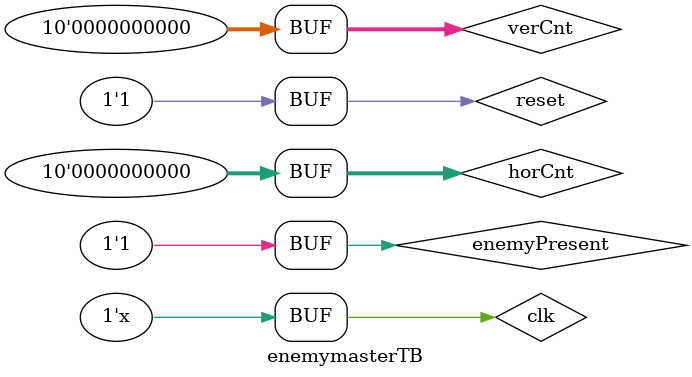
<source format=v>
`timescale 1ns / 1ps


module enemymasterTB();
    reg clk = 0;
    reg [9:0] bpx;
    reg [9:0] bpy;
    reg reset = 1;
    reg enemyPresent = 1 ; 
    reg [9:0] horCnt = 0;
    reg [9:0] verCnt = 0;
    
    wire [9:0] posX;
    wire [9:0] posY;
    wire collision;
    wire [5:0] rgb;
    
    always begin 
        #1;
        clk = ~clk;
    end
enemyMaster dut(.clk,
			  .bulletPosX(bpx),
			  .bulletPosY(bpy),
			  .reset(reset),
			  .enemyPresent(enemyPresent),
			  .horCnt(horCnt),
			  .verCnt(verCnt),
			  .posX(posX),
			  .posY(posY),		  
			  .collisionFlag(collision),
			  .rgbContentEnemy(rgb)					
    );
endmodule

</source>
